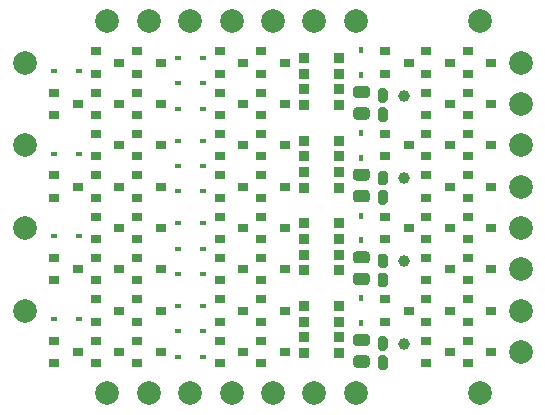
<source format=gts>
G04 #@! TF.GenerationSoftware,KiCad,Pcbnew,(5.1.9)-1*
G04 #@! TF.CreationDate,2022-08-31T17:37:08+02:00*
G04 #@! TF.ProjectId,Edge_dff,45646765-5f64-4666-962e-6b696361645f,rev?*
G04 #@! TF.SameCoordinates,Original*
G04 #@! TF.FileFunction,Soldermask,Top*
G04 #@! TF.FilePolarity,Negative*
%FSLAX46Y46*%
G04 Gerber Fmt 4.6, Leading zero omitted, Abs format (unit mm)*
G04 Created by KiCad (PCBNEW (5.1.9)-1) date 2022-08-31 17:37:08*
%MOMM*%
%LPD*%
G01*
G04 APERTURE LIST*
%ADD10C,1.000000*%
%ADD11C,2.000000*%
%ADD12R,0.900000X0.900000*%
%ADD13R,0.900000X0.800000*%
%ADD14R,0.450000X0.600000*%
%ADD15R,0.600000X0.450000*%
G04 APERTURE END LIST*
D10*
G04 #@! TO.C,TP504*
X144100000Y-93800000D03*
G04 #@! TD*
D11*
G04 #@! TO.C,TP503*
X154000000Y-94500000D03*
G04 #@! TD*
G04 #@! TO.C,TP502*
X154000000Y-91000000D03*
G04 #@! TD*
G04 #@! TO.C,TP501*
X112000000Y-91000000D03*
G04 #@! TD*
D10*
G04 #@! TO.C,TP404*
X144100000Y-100800000D03*
G04 #@! TD*
D11*
G04 #@! TO.C,TP403*
X154000000Y-101500000D03*
G04 #@! TD*
G04 #@! TO.C,TP402*
X154000000Y-98000000D03*
G04 #@! TD*
G04 #@! TO.C,TP401*
X112000000Y-98000000D03*
G04 #@! TD*
D10*
G04 #@! TO.C,TP304*
X144100000Y-107800000D03*
G04 #@! TD*
D11*
G04 #@! TO.C,TP303*
X154000000Y-108500000D03*
G04 #@! TD*
G04 #@! TO.C,TP302*
X154000000Y-105000000D03*
G04 #@! TD*
G04 #@! TO.C,TP301*
X112000000Y-105000000D03*
G04 #@! TD*
D10*
G04 #@! TO.C,TP204*
X144100000Y-114800000D03*
G04 #@! TD*
D11*
G04 #@! TO.C,TP203*
X154000000Y-115500000D03*
G04 #@! TD*
G04 #@! TO.C,TP202*
X154000000Y-112000000D03*
G04 #@! TD*
G04 #@! TO.C,TP201*
X112000000Y-112000000D03*
G04 #@! TD*
D12*
G04 #@! TO.C,RN501*
X138600000Y-93260000D03*
X138600000Y-94600000D03*
X138600000Y-90600000D03*
X138600000Y-91940000D03*
X135600000Y-93260000D03*
X135600000Y-91940000D03*
X135600000Y-94600000D03*
X135600000Y-90600000D03*
G04 #@! TD*
G04 #@! TO.C,RN401*
X138600000Y-100260000D03*
X138600000Y-101600000D03*
X138600000Y-97600000D03*
X138600000Y-98940000D03*
X135600000Y-100260000D03*
X135600000Y-98940000D03*
X135600000Y-101600000D03*
X135600000Y-97600000D03*
G04 #@! TD*
G04 #@! TO.C,RN301*
X138600000Y-107260000D03*
X138600000Y-108600000D03*
X138600000Y-104600000D03*
X138600000Y-105940000D03*
X135600000Y-107260000D03*
X135600000Y-105940000D03*
X135600000Y-108600000D03*
X135600000Y-104600000D03*
G04 #@! TD*
G04 #@! TO.C,RN201*
X138600000Y-114260000D03*
X138600000Y-115600000D03*
X138600000Y-111600000D03*
X138600000Y-112940000D03*
X135600000Y-114260000D03*
X135600000Y-112940000D03*
X135600000Y-115600000D03*
X135600000Y-111600000D03*
G04 #@! TD*
G04 #@! TO.C,R501*
G36*
G01*
X140950002Y-94000000D02*
X140049998Y-94000000D01*
G75*
G02*
X139800000Y-93750002I0J249998D01*
G01*
X139800000Y-93224998D01*
G75*
G02*
X140049998Y-92975000I249998J0D01*
G01*
X140950002Y-92975000D01*
G75*
G02*
X141200000Y-93224998I0J-249998D01*
G01*
X141200000Y-93750002D01*
G75*
G02*
X140950002Y-94000000I-249998J0D01*
G01*
G37*
G36*
G01*
X140950002Y-95825000D02*
X140049998Y-95825000D01*
G75*
G02*
X139800000Y-95575002I0J249998D01*
G01*
X139800000Y-95049998D01*
G75*
G02*
X140049998Y-94800000I249998J0D01*
G01*
X140950002Y-94800000D01*
G75*
G02*
X141200000Y-95049998I0J-249998D01*
G01*
X141200000Y-95575002D01*
G75*
G02*
X140950002Y-95825000I-249998J0D01*
G01*
G37*
G04 #@! TD*
G04 #@! TO.C,R401*
G36*
G01*
X140950002Y-101000000D02*
X140049998Y-101000000D01*
G75*
G02*
X139800000Y-100750002I0J249998D01*
G01*
X139800000Y-100224998D01*
G75*
G02*
X140049998Y-99975000I249998J0D01*
G01*
X140950002Y-99975000D01*
G75*
G02*
X141200000Y-100224998I0J-249998D01*
G01*
X141200000Y-100750002D01*
G75*
G02*
X140950002Y-101000000I-249998J0D01*
G01*
G37*
G36*
G01*
X140950002Y-102825000D02*
X140049998Y-102825000D01*
G75*
G02*
X139800000Y-102575002I0J249998D01*
G01*
X139800000Y-102049998D01*
G75*
G02*
X140049998Y-101800000I249998J0D01*
G01*
X140950002Y-101800000D01*
G75*
G02*
X141200000Y-102049998I0J-249998D01*
G01*
X141200000Y-102575002D01*
G75*
G02*
X140950002Y-102825000I-249998J0D01*
G01*
G37*
G04 #@! TD*
G04 #@! TO.C,R301*
G36*
G01*
X140950002Y-108000000D02*
X140049998Y-108000000D01*
G75*
G02*
X139800000Y-107750002I0J249998D01*
G01*
X139800000Y-107224998D01*
G75*
G02*
X140049998Y-106975000I249998J0D01*
G01*
X140950002Y-106975000D01*
G75*
G02*
X141200000Y-107224998I0J-249998D01*
G01*
X141200000Y-107750002D01*
G75*
G02*
X140950002Y-108000000I-249998J0D01*
G01*
G37*
G36*
G01*
X140950002Y-109825000D02*
X140049998Y-109825000D01*
G75*
G02*
X139800000Y-109575002I0J249998D01*
G01*
X139800000Y-109049998D01*
G75*
G02*
X140049998Y-108800000I249998J0D01*
G01*
X140950002Y-108800000D01*
G75*
G02*
X141200000Y-109049998I0J-249998D01*
G01*
X141200000Y-109575002D01*
G75*
G02*
X140950002Y-109825000I-249998J0D01*
G01*
G37*
G04 #@! TD*
G04 #@! TO.C,R201*
G36*
G01*
X140950002Y-115000000D02*
X140049998Y-115000000D01*
G75*
G02*
X139800000Y-114750002I0J249998D01*
G01*
X139800000Y-114224998D01*
G75*
G02*
X140049998Y-113975000I249998J0D01*
G01*
X140950002Y-113975000D01*
G75*
G02*
X141200000Y-114224998I0J-249998D01*
G01*
X141200000Y-114750002D01*
G75*
G02*
X140950002Y-115000000I-249998J0D01*
G01*
G37*
G36*
G01*
X140950002Y-116825000D02*
X140049998Y-116825000D01*
G75*
G02*
X139800000Y-116575002I0J249998D01*
G01*
X139800000Y-116049998D01*
G75*
G02*
X140049998Y-115800000I249998J0D01*
G01*
X140950002Y-115800000D01*
G75*
G02*
X141200000Y-116049998I0J-249998D01*
G01*
X141200000Y-116575002D01*
G75*
G02*
X140950002Y-116825000I-249998J0D01*
G01*
G37*
G04 #@! TD*
D13*
G04 #@! TO.C,Q514*
X151500000Y-94500000D03*
X149500000Y-95450000D03*
X149500000Y-93550000D03*
G04 #@! TD*
G04 #@! TO.C,Q513*
X151500000Y-91000000D03*
X149500000Y-91950000D03*
X149500000Y-90050000D03*
G04 #@! TD*
G04 #@! TO.C,Q512*
X144500000Y-91000000D03*
X142500000Y-91950000D03*
X142500000Y-90050000D03*
G04 #@! TD*
G04 #@! TO.C,Q511*
X148000000Y-94500000D03*
X146000000Y-95450000D03*
X146000000Y-93550000D03*
G04 #@! TD*
G04 #@! TO.C,Q510*
X148000000Y-91000000D03*
X146000000Y-91950000D03*
X146000000Y-90050000D03*
G04 #@! TD*
G04 #@! TO.C,Q509*
X130500000Y-91000000D03*
X128500000Y-91950000D03*
X128500000Y-90050000D03*
G04 #@! TD*
G04 #@! TO.C,Q508*
X134000000Y-91000000D03*
X132000000Y-91950000D03*
X132000000Y-90050000D03*
G04 #@! TD*
G04 #@! TO.C,Q507*
X130500000Y-94500000D03*
X128500000Y-95450000D03*
X128500000Y-93550000D03*
G04 #@! TD*
G04 #@! TO.C,Q506*
X134000000Y-94500000D03*
X132000000Y-95450000D03*
X132000000Y-93550000D03*
G04 #@! TD*
G04 #@! TO.C,Q505*
X123500000Y-94500000D03*
X121500000Y-95450000D03*
X121500000Y-93550000D03*
G04 #@! TD*
G04 #@! TO.C,Q504*
X123500000Y-91000000D03*
X121500000Y-91950000D03*
X121500000Y-90050000D03*
G04 #@! TD*
G04 #@! TO.C,Q503*
X116500000Y-94500000D03*
X114500000Y-95450000D03*
X114500000Y-93550000D03*
G04 #@! TD*
G04 #@! TO.C,Q502*
X120000000Y-94500000D03*
X118000000Y-95450000D03*
X118000000Y-93550000D03*
G04 #@! TD*
G04 #@! TO.C,Q501*
X120000000Y-91000000D03*
X118000000Y-91950000D03*
X118000000Y-90050000D03*
G04 #@! TD*
G04 #@! TO.C,Q414*
X151500000Y-101500000D03*
X149500000Y-102450000D03*
X149500000Y-100550000D03*
G04 #@! TD*
G04 #@! TO.C,Q413*
X151500000Y-98000000D03*
X149500000Y-98950000D03*
X149500000Y-97050000D03*
G04 #@! TD*
G04 #@! TO.C,Q412*
X144500000Y-98000000D03*
X142500000Y-98950000D03*
X142500000Y-97050000D03*
G04 #@! TD*
G04 #@! TO.C,Q411*
X148000000Y-101500000D03*
X146000000Y-102450000D03*
X146000000Y-100550000D03*
G04 #@! TD*
G04 #@! TO.C,Q410*
X148000000Y-98000000D03*
X146000000Y-98950000D03*
X146000000Y-97050000D03*
G04 #@! TD*
G04 #@! TO.C,Q409*
X130500000Y-98000000D03*
X128500000Y-98950000D03*
X128500000Y-97050000D03*
G04 #@! TD*
G04 #@! TO.C,Q408*
X134000000Y-98000000D03*
X132000000Y-98950000D03*
X132000000Y-97050000D03*
G04 #@! TD*
G04 #@! TO.C,Q407*
X130500000Y-101500000D03*
X128500000Y-102450000D03*
X128500000Y-100550000D03*
G04 #@! TD*
G04 #@! TO.C,Q406*
X134000000Y-101500000D03*
X132000000Y-102450000D03*
X132000000Y-100550000D03*
G04 #@! TD*
G04 #@! TO.C,Q405*
X123500000Y-101500000D03*
X121500000Y-102450000D03*
X121500000Y-100550000D03*
G04 #@! TD*
G04 #@! TO.C,Q404*
X123500000Y-98000000D03*
X121500000Y-98950000D03*
X121500000Y-97050000D03*
G04 #@! TD*
G04 #@! TO.C,Q403*
X116500000Y-101500000D03*
X114500000Y-102450000D03*
X114500000Y-100550000D03*
G04 #@! TD*
G04 #@! TO.C,Q402*
X120000000Y-101500000D03*
X118000000Y-102450000D03*
X118000000Y-100550000D03*
G04 #@! TD*
G04 #@! TO.C,Q401*
X120000000Y-98000000D03*
X118000000Y-98950000D03*
X118000000Y-97050000D03*
G04 #@! TD*
G04 #@! TO.C,Q314*
X151500000Y-108500000D03*
X149500000Y-109450000D03*
X149500000Y-107550000D03*
G04 #@! TD*
G04 #@! TO.C,Q313*
X151500000Y-105000000D03*
X149500000Y-105950000D03*
X149500000Y-104050000D03*
G04 #@! TD*
G04 #@! TO.C,Q312*
X144500000Y-105000000D03*
X142500000Y-105950000D03*
X142500000Y-104050000D03*
G04 #@! TD*
G04 #@! TO.C,Q311*
X148000000Y-108500000D03*
X146000000Y-109450000D03*
X146000000Y-107550000D03*
G04 #@! TD*
G04 #@! TO.C,Q310*
X148000000Y-105000000D03*
X146000000Y-105950000D03*
X146000000Y-104050000D03*
G04 #@! TD*
G04 #@! TO.C,Q309*
X130500000Y-105000000D03*
X128500000Y-105950000D03*
X128500000Y-104050000D03*
G04 #@! TD*
G04 #@! TO.C,Q308*
X134000000Y-105000000D03*
X132000000Y-105950000D03*
X132000000Y-104050000D03*
G04 #@! TD*
G04 #@! TO.C,Q307*
X130500000Y-108500000D03*
X128500000Y-109450000D03*
X128500000Y-107550000D03*
G04 #@! TD*
G04 #@! TO.C,Q306*
X134000000Y-108500000D03*
X132000000Y-109450000D03*
X132000000Y-107550000D03*
G04 #@! TD*
G04 #@! TO.C,Q305*
X123500000Y-108500000D03*
X121500000Y-109450000D03*
X121500000Y-107550000D03*
G04 #@! TD*
G04 #@! TO.C,Q304*
X123500000Y-105000000D03*
X121500000Y-105950000D03*
X121500000Y-104050000D03*
G04 #@! TD*
G04 #@! TO.C,Q303*
X116500000Y-108500000D03*
X114500000Y-109450000D03*
X114500000Y-107550000D03*
G04 #@! TD*
G04 #@! TO.C,Q302*
X120000000Y-108500000D03*
X118000000Y-109450000D03*
X118000000Y-107550000D03*
G04 #@! TD*
G04 #@! TO.C,Q301*
X120000000Y-105000000D03*
X118000000Y-105950000D03*
X118000000Y-104050000D03*
G04 #@! TD*
G04 #@! TO.C,Q214*
X151500000Y-115500000D03*
X149500000Y-116450000D03*
X149500000Y-114550000D03*
G04 #@! TD*
G04 #@! TO.C,Q213*
X151500000Y-112000000D03*
X149500000Y-112950000D03*
X149500000Y-111050000D03*
G04 #@! TD*
G04 #@! TO.C,Q212*
X144500000Y-112000000D03*
X142500000Y-112950000D03*
X142500000Y-111050000D03*
G04 #@! TD*
G04 #@! TO.C,Q211*
X148000000Y-115500000D03*
X146000000Y-116450000D03*
X146000000Y-114550000D03*
G04 #@! TD*
G04 #@! TO.C,Q210*
X148000000Y-112000000D03*
X146000000Y-112950000D03*
X146000000Y-111050000D03*
G04 #@! TD*
G04 #@! TO.C,Q209*
X130500000Y-112000000D03*
X128500000Y-112950000D03*
X128500000Y-111050000D03*
G04 #@! TD*
G04 #@! TO.C,Q208*
X134000000Y-112000000D03*
X132000000Y-112950000D03*
X132000000Y-111050000D03*
G04 #@! TD*
G04 #@! TO.C,Q206*
X134000000Y-115500000D03*
X132000000Y-116450000D03*
X132000000Y-114550000D03*
G04 #@! TD*
G04 #@! TO.C,Q205*
X123500000Y-115500000D03*
X121500000Y-116450000D03*
X121500000Y-114550000D03*
G04 #@! TD*
G04 #@! TO.C,Q204*
X123500000Y-112000000D03*
X121500000Y-112950000D03*
X121500000Y-111050000D03*
G04 #@! TD*
G04 #@! TO.C,Q203*
X116500000Y-115500000D03*
X114500000Y-116450000D03*
X114500000Y-114550000D03*
G04 #@! TD*
G04 #@! TO.C,Q202*
X120000000Y-115500000D03*
X118000000Y-116450000D03*
X118000000Y-114550000D03*
G04 #@! TD*
G04 #@! TO.C,Q201*
X120000000Y-112000000D03*
X118000000Y-112950000D03*
X118000000Y-111050000D03*
G04 #@! TD*
G04 #@! TO.C,D506*
G36*
G01*
X142087500Y-94800000D02*
X142512500Y-94800000D01*
G75*
G02*
X142725000Y-95012500I0J-212500D01*
G01*
X142725000Y-95812500D01*
G75*
G02*
X142512500Y-96025000I-212500J0D01*
G01*
X142087500Y-96025000D01*
G75*
G02*
X141875000Y-95812500I0J212500D01*
G01*
X141875000Y-95012500D01*
G75*
G02*
X142087500Y-94800000I212500J0D01*
G01*
G37*
G36*
G01*
X142087500Y-93175000D02*
X142512500Y-93175000D01*
G75*
G02*
X142725000Y-93387500I0J-212500D01*
G01*
X142725000Y-94187500D01*
G75*
G02*
X142512500Y-94400000I-212500J0D01*
G01*
X142087500Y-94400000D01*
G75*
G02*
X141875000Y-94187500I0J212500D01*
G01*
X141875000Y-93387500D01*
G75*
G02*
X142087500Y-93175000I212500J0D01*
G01*
G37*
G04 #@! TD*
D14*
G04 #@! TO.C,D505*
X140500000Y-89950000D03*
X140500000Y-92050000D03*
G04 #@! TD*
D15*
G04 #@! TO.C,D504*
X124950000Y-94900000D03*
X127050000Y-94900000D03*
G04 #@! TD*
G04 #@! TO.C,D503*
X124950000Y-92750000D03*
X127050000Y-92750000D03*
G04 #@! TD*
G04 #@! TO.C,D502*
X125000000Y-90600000D03*
X127100000Y-90600000D03*
G04 #@! TD*
G04 #@! TO.C,D501*
X116550000Y-91700000D03*
X114450000Y-91700000D03*
G04 #@! TD*
G04 #@! TO.C,D406*
G36*
G01*
X142087500Y-101800000D02*
X142512500Y-101800000D01*
G75*
G02*
X142725000Y-102012500I0J-212500D01*
G01*
X142725000Y-102812500D01*
G75*
G02*
X142512500Y-103025000I-212500J0D01*
G01*
X142087500Y-103025000D01*
G75*
G02*
X141875000Y-102812500I0J212500D01*
G01*
X141875000Y-102012500D01*
G75*
G02*
X142087500Y-101800000I212500J0D01*
G01*
G37*
G36*
G01*
X142087500Y-100175000D02*
X142512500Y-100175000D01*
G75*
G02*
X142725000Y-100387500I0J-212500D01*
G01*
X142725000Y-101187500D01*
G75*
G02*
X142512500Y-101400000I-212500J0D01*
G01*
X142087500Y-101400000D01*
G75*
G02*
X141875000Y-101187500I0J212500D01*
G01*
X141875000Y-100387500D01*
G75*
G02*
X142087500Y-100175000I212500J0D01*
G01*
G37*
G04 #@! TD*
D14*
G04 #@! TO.C,D405*
X140500000Y-96950000D03*
X140500000Y-99050000D03*
G04 #@! TD*
D15*
G04 #@! TO.C,D404*
X124950000Y-101900000D03*
X127050000Y-101900000D03*
G04 #@! TD*
G04 #@! TO.C,D403*
X124950000Y-99750000D03*
X127050000Y-99750000D03*
G04 #@! TD*
G04 #@! TO.C,D402*
X125000000Y-97600000D03*
X127100000Y-97600000D03*
G04 #@! TD*
G04 #@! TO.C,D401*
X116550000Y-98700000D03*
X114450000Y-98700000D03*
G04 #@! TD*
G04 #@! TO.C,D306*
G36*
G01*
X142087500Y-108800000D02*
X142512500Y-108800000D01*
G75*
G02*
X142725000Y-109012500I0J-212500D01*
G01*
X142725000Y-109812500D01*
G75*
G02*
X142512500Y-110025000I-212500J0D01*
G01*
X142087500Y-110025000D01*
G75*
G02*
X141875000Y-109812500I0J212500D01*
G01*
X141875000Y-109012500D01*
G75*
G02*
X142087500Y-108800000I212500J0D01*
G01*
G37*
G36*
G01*
X142087500Y-107175000D02*
X142512500Y-107175000D01*
G75*
G02*
X142725000Y-107387500I0J-212500D01*
G01*
X142725000Y-108187500D01*
G75*
G02*
X142512500Y-108400000I-212500J0D01*
G01*
X142087500Y-108400000D01*
G75*
G02*
X141875000Y-108187500I0J212500D01*
G01*
X141875000Y-107387500D01*
G75*
G02*
X142087500Y-107175000I212500J0D01*
G01*
G37*
G04 #@! TD*
D14*
G04 #@! TO.C,D305*
X140500000Y-103950000D03*
X140500000Y-106050000D03*
G04 #@! TD*
D15*
G04 #@! TO.C,D304*
X124950000Y-108900000D03*
X127050000Y-108900000D03*
G04 #@! TD*
G04 #@! TO.C,D303*
X124950000Y-106750000D03*
X127050000Y-106750000D03*
G04 #@! TD*
G04 #@! TO.C,D302*
X125000000Y-104600000D03*
X127100000Y-104600000D03*
G04 #@! TD*
G04 #@! TO.C,D301*
X116550000Y-105700000D03*
X114450000Y-105700000D03*
G04 #@! TD*
G04 #@! TO.C,D206*
G36*
G01*
X142087500Y-115800000D02*
X142512500Y-115800000D01*
G75*
G02*
X142725000Y-116012500I0J-212500D01*
G01*
X142725000Y-116812500D01*
G75*
G02*
X142512500Y-117025000I-212500J0D01*
G01*
X142087500Y-117025000D01*
G75*
G02*
X141875000Y-116812500I0J212500D01*
G01*
X141875000Y-116012500D01*
G75*
G02*
X142087500Y-115800000I212500J0D01*
G01*
G37*
G36*
G01*
X142087500Y-114175000D02*
X142512500Y-114175000D01*
G75*
G02*
X142725000Y-114387500I0J-212500D01*
G01*
X142725000Y-115187500D01*
G75*
G02*
X142512500Y-115400000I-212500J0D01*
G01*
X142087500Y-115400000D01*
G75*
G02*
X141875000Y-115187500I0J212500D01*
G01*
X141875000Y-114387500D01*
G75*
G02*
X142087500Y-114175000I212500J0D01*
G01*
G37*
G04 #@! TD*
D14*
G04 #@! TO.C,D205*
X140500000Y-110950000D03*
X140500000Y-113050000D03*
G04 #@! TD*
D15*
G04 #@! TO.C,D204*
X124950000Y-115900000D03*
X127050000Y-115900000D03*
G04 #@! TD*
G04 #@! TO.C,D203*
X124950000Y-113750000D03*
X127050000Y-113750000D03*
G04 #@! TD*
G04 #@! TO.C,D202*
X125000000Y-111600000D03*
X127100000Y-111600000D03*
G04 #@! TD*
G04 #@! TO.C,D201*
X116550000Y-112700000D03*
X114450000Y-112700000D03*
G04 #@! TD*
D13*
G04 #@! TO.C,Q207*
X130500000Y-115500000D03*
X128500000Y-116450000D03*
X128500000Y-114550000D03*
G04 #@! TD*
D11*
G04 #@! TO.C,TP120*
X133000000Y-87500000D03*
G04 #@! TD*
G04 #@! TO.C,TP110*
X133000000Y-119000000D03*
G04 #@! TD*
G04 #@! TO.C,TP118*
X136500000Y-87500000D03*
G04 #@! TD*
G04 #@! TO.C,TP117*
X140000000Y-87500000D03*
G04 #@! TD*
G04 #@! TO.C,TP116*
X126000000Y-87500000D03*
G04 #@! TD*
G04 #@! TO.C,TP115*
X122500000Y-87500000D03*
G04 #@! TD*
G04 #@! TO.C,TP114*
X119000000Y-87500000D03*
G04 #@! TD*
G04 #@! TO.C,TP113*
X129500000Y-87500000D03*
G04 #@! TD*
G04 #@! TO.C,TP112*
X150500000Y-87500000D03*
G04 #@! TD*
G04 #@! TO.C,TP108*
X136500000Y-119000000D03*
G04 #@! TD*
G04 #@! TO.C,TP107*
X140000000Y-119000000D03*
G04 #@! TD*
G04 #@! TO.C,TP106*
X126000000Y-119000000D03*
G04 #@! TD*
G04 #@! TO.C,TP105*
X122500000Y-119000000D03*
G04 #@! TD*
G04 #@! TO.C,TP104*
X119000000Y-119000000D03*
G04 #@! TD*
G04 #@! TO.C,TP103*
X129500000Y-119000000D03*
G04 #@! TD*
G04 #@! TO.C,TP102*
X150500000Y-119000000D03*
G04 #@! TD*
M02*

</source>
